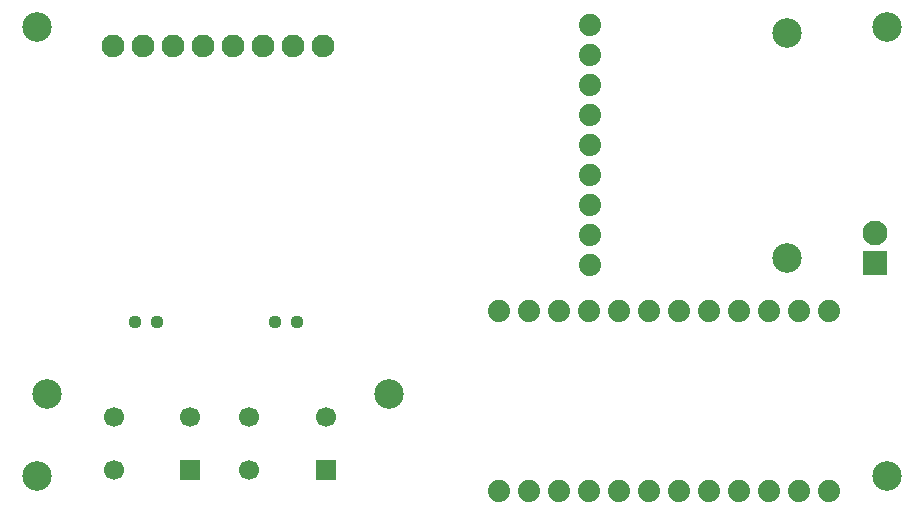
<source format=gts>
G04 #@! TF.GenerationSoftware,KiCad,Pcbnew,7.0.2*
G04 #@! TF.CreationDate,2023-06-01T00:45:36-07:00*
G04 #@! TF.ProjectId,Reflow Skillet Rev 1,5265666c-6f77-4205-936b-696c6c657420,rev?*
G04 #@! TF.SameCoordinates,Original*
G04 #@! TF.FileFunction,Soldermask,Top*
G04 #@! TF.FilePolarity,Negative*
%FSLAX46Y46*%
G04 Gerber Fmt 4.6, Leading zero omitted, Abs format (unit mm)*
G04 Created by KiCad (PCBNEW 7.0.2) date 2023-06-01 00:45:36*
%MOMM*%
%LPD*%
G01*
G04 APERTURE LIST*
G04 Aperture macros list*
%AMRoundRect*
0 Rectangle with rounded corners*
0 $1 Rounding radius*
0 $2 $3 $4 $5 $6 $7 $8 $9 X,Y pos of 4 corners*
0 Add a 4 corners polygon primitive as box body*
4,1,4,$2,$3,$4,$5,$6,$7,$8,$9,$2,$3,0*
0 Add four circle primitives for the rounded corners*
1,1,$1+$1,$2,$3*
1,1,$1+$1,$4,$5*
1,1,$1+$1,$6,$7*
1,1,$1+$1,$8,$9*
0 Add four rect primitives between the rounded corners*
20,1,$1+$1,$2,$3,$4,$5,0*
20,1,$1+$1,$4,$5,$6,$7,0*
20,1,$1+$1,$6,$7,$8,$9,0*
20,1,$1+$1,$8,$9,$2,$3,0*%
G04 Aperture macros list end*
%ADD10C,1.879600*%
%ADD11RoundRect,0.237500X0.250000X0.237500X-0.250000X0.237500X-0.250000X-0.237500X0.250000X-0.237500X0*%
%ADD12R,1.700000X1.700000*%
%ADD13C,1.700000*%
%ADD14C,1.930400*%
%ADD15C,2.500000*%
%ADD16R,2.100000X2.100000*%
%ADD17C,2.100000*%
%ADD18RoundRect,0.237500X-0.250000X-0.237500X0.250000X-0.237500X0.250000X0.237500X-0.250000X0.237500X0*%
G04 APERTURE END LIST*
D10*
X190080000Y-57000000D03*
X187540000Y-57000000D03*
X185000000Y-57000000D03*
X182460000Y-57000000D03*
X179920000Y-57000000D03*
X177380000Y-57000000D03*
X174840000Y-57000000D03*
X172300000Y-57000000D03*
X169760000Y-57000000D03*
X167220000Y-57000000D03*
X164680000Y-57000000D03*
X162140000Y-57000000D03*
X190080000Y-72240000D03*
X187540000Y-72240000D03*
X185000000Y-72240000D03*
X182460000Y-72240000D03*
X179920000Y-72240000D03*
X177380000Y-72240000D03*
X174840000Y-72240000D03*
X172300000Y-72240000D03*
X169760000Y-72240000D03*
X167220000Y-72240000D03*
X164680000Y-72240000D03*
X162140000Y-72240000D03*
D11*
X133165500Y-58000000D03*
X131340500Y-58000000D03*
D12*
X147500000Y-70500000D03*
D13*
X141000000Y-70500000D03*
X147500000Y-66000000D03*
X141000000Y-66000000D03*
D14*
X147239000Y-34632000D03*
X144699000Y-34632000D03*
X142159000Y-34632000D03*
X139619000Y-34632000D03*
X137079000Y-34632000D03*
X134539000Y-34632000D03*
X131999000Y-34632000D03*
X129459000Y-34632000D03*
D15*
X152849000Y-64062000D03*
X123849000Y-64062000D03*
D16*
X194000000Y-53000000D03*
D17*
X194000000Y-50460000D03*
D18*
X143175000Y-58000000D03*
X145000000Y-58000000D03*
D15*
X123000000Y-33000000D03*
X123000000Y-71000000D03*
X195000000Y-33000000D03*
X186509000Y-33475000D03*
X186509000Y-52525000D03*
D10*
X169872000Y-53160000D03*
X169872000Y-50620000D03*
X169872000Y-48080000D03*
X169872000Y-45540000D03*
X169872000Y-43000000D03*
X169872000Y-40460000D03*
X169872000Y-37920000D03*
X169872000Y-35380000D03*
X169872000Y-32840000D03*
D12*
X136000000Y-70500000D03*
D13*
X129500000Y-70500000D03*
X136000000Y-66000000D03*
X129500000Y-66000000D03*
D15*
X195000000Y-71000000D03*
M02*

</source>
